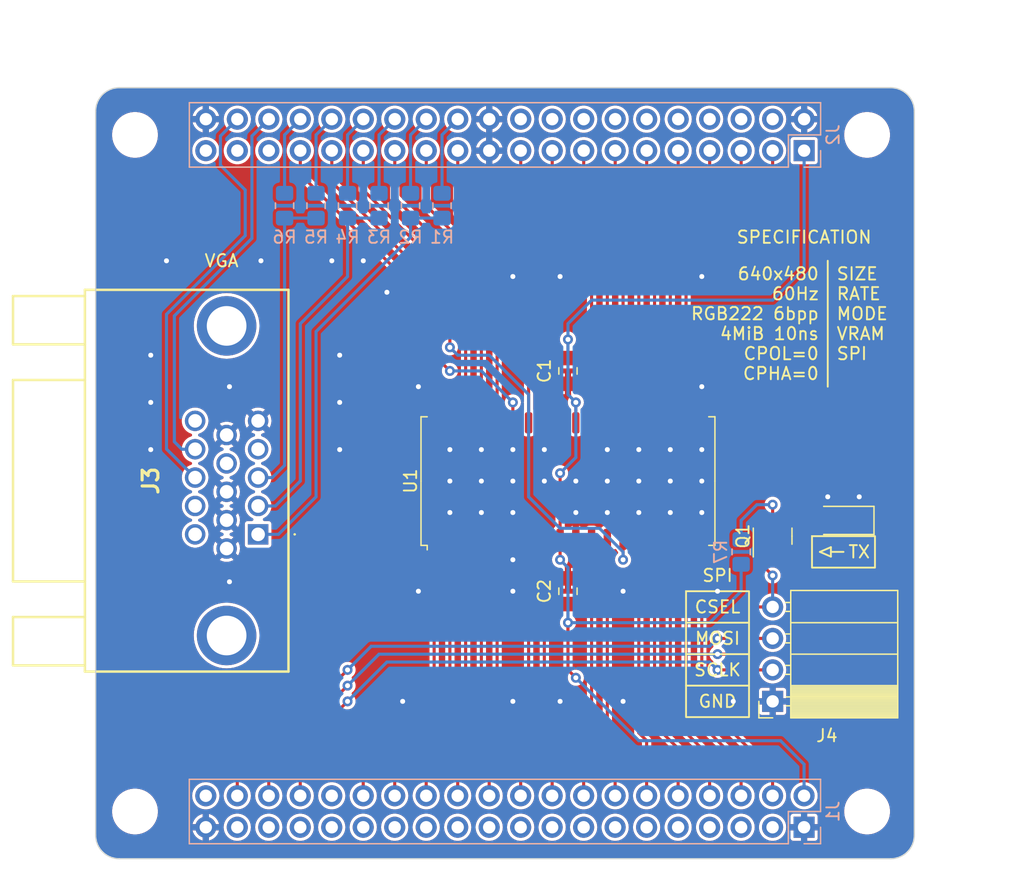
<source format=kicad_pcb>
(kicad_pcb (version 20240108) (generator "pcbnew") (generator_version "8.0")
  (layers (0 "F.Cu" signal) (31 "B.Cu" signal) (34 "B.Paste" user) (35 "F.Paste" user) (36 "B.SilkS" user "B.Silkscreen") (37 "F.SilkS" user "F.Silkscreen") (38 "B.Mask" user) (39 "F.Mask" user) (44 "Edge.Cuts" user))
  (net 0 "")
  (net 1 "VDD")
  (net 2 "GND")
  (net 3 "/Video memory/MEM_A0")
  (net 4 "/Video memory/MEM_A1")
  (net 5 "/Video memory/MEM_A2")
  (net 6 "/Video memory/MEM_A3")
  (net 8 "/Video memory/MEM_A4")
  (net 10 "/Video memory/MEM_A5")
  (net 12 "/Video memory/MEM_A6")
  (net 14 "/Video memory/MEM_A7")
  (net 16 "/Video memory/MEM_A8")
  (net 18 "/Video memory/MEM_A9")
  (net 20 "/Video memory/MEM_A10")
  (net 21 "/Video memory/MEM_A11")
  (net 22 "/Video memory/MEM_A12")
  (net 23 "/SPI.SCLK")
  (net 24 "/Video memory/MEM_A13")
  (net 25 "/SPI.MOSI")
  (net 26 "/Video memory/MEM_A14")
  (net 27 "/SPI.CS")
  (net 28 "/Video memory/MEM_A15")
  (net 29 "/Video memory/MEM_A16")
  (net 30 "/Video memory/MEM_A17")
  (net 31 "/Video memory/MEM_D0")
  (net 32 "/Video memory/MEM_D1")
  (net 33 "/Video memory/MEM_D2")
  (net 34 "/Video memory/MEM_D3")
  (net 35 "/Video memory/MEM_D4")
  (net 36 "/Video memory/MEM_D5")
  (net 37 "/Video memory/MEM_D6")
  (net 38 "/Video memory/MEM_D7")
  (net 39 "/VGA.RL")
  (net 40 "/VGA.RH")
  (net 41 "/VGA.GL")
  (net 42 "/VGA.GH")
  (net 43 "/VGA.BL")
  (net 44 "/VGA.BH")
  (net 45 "/VGA.HSYNC")
  (net 46 "/VGA.VSYNC")
  (net 49 "Net-(J3-Pad1)")
  (net 50 "Net-(J3-Pad2)")
  (net 51 "Net-(J3-Pad3)")
  (net 78 "/MEM_CTL.PAGE_MUX")
  (net 79 "/MEM_CTL.OE")
  (net 80 "/MEM_CTL.WE")
  (net 83 "Net-(D1-A)")
  (net 84 "Net-(Q1-D)")
  (footprint "Connector_PinSocket_2.54mm:PinSocket_1x04_P2.54mm_Horizontal" (layer "F.Cu") (at 241.935 109.22 180)
    (property "Reference" "J4" (at -4.38 -2.77 0) (layer "F.SilkS"))
    (property "Value" "SPI")
    (pad "1" thru_hole rect (at 0 0 180) (size 1.7 1.7) (drill 1) (layers "*.Cu" "*.Mask") (net 2 "GND"))
    (pad "2" thru_hole oval (at 0 2.54 180) (size 1.7 1.7) (drill 1) (layers "*.Cu" "*.Mask") (net 23 "/SPI.SCLK"))
    (pad "3" thru_hole oval (at 0 5.08 180) (size 1.7 1.7) (drill 1) (layers "*.Cu" "*.Mask") (net 25 "/SPI.MOSI"))
    (pad "4" thru_hole oval (at 0 7.62 180) (size 1.7 1.7) (drill 1) (layers "*.Cu" "*.Mask") (net 27 "/SPI.CS"))
  )
  (footprint "MountingHole:MountingHole_3.2mm_M3" (layer "F.Cu") (at 190.5 63.5)
    (property "Reference" "REF**" (hide yes))
    (property "Value" "MountingHole_3.2mm_M3")
    (pad "" np_thru_hole circle (at 0 0) (size 3.2 3.2) (drill 3.2) (layers "*.Cu" "*.Mask"))
  )
  (footprint "MountingHole:MountingHole_3.2mm_M3" (layer "F.Cu") (at 249.555 63.5)
    (property "Reference" "REF**" (hide yes))
    (property "Value" "MountingHole_3.2mm_M3")
    (pad "" np_thru_hole circle (at 0 0) (size 3.2 3.2) (drill 3.2) (layers "F&B.Cu" "*.Mask"))
  )
  (footprint "Capacitor_SMD:C_0805_2012Metric_Pad1.18x1.45mm_HandSolder" (layer "F.Cu") (at 225.425 100.33 90)
    (property "Reference" "C2" (at 0 -1.905 90) (layer "F.SilkS"))
    (property "Value" "50n")
    (pad "1" smd roundrect (at -1.0375 0 90) (size 1.175 1.45) (layers "F.Cu" "F.Paste" "F.Mask") (roundrect_rratio 0.212766) (net 1 "VDD"))
    (pad "2" smd roundrect (at 1.0375 0 90) (size 1.175 1.45) (layers "F.Cu" "F.Paste" "F.Mask") (roundrect_rratio 0.212766) (net 2 "GND"))
  )
  (footprint "Package_TO_SOT_SMD:SOT-23" (layer "F.Cu") (at 241.935 95.885 90)
    (property "Reference" "Q1" (at 0 -2.4 90) (layer "F.SilkS"))
    (property "Value" "2N7002H")
    (pad "1" smd roundrect (at -0.9375 -0.95 90) (size 1.475 0.6) (layers "F.Cu" "F.Paste" "F.Mask") (net 27 "/SPI.CS"))
    (pad "2" smd roundrect (at -0.9375 0.95 90) (size 1.475 0.6) (layers "F.Cu" "F.Paste" "F.Mask") (net 83 "Net-(D1-A)"))
    (pad "3" smd roundrect (at 0.9375 0 90) (size 1.475 0.6) (layers "F.Cu" "F.Paste" "F.Mask") (net 84 "Net-(Q1-D)"))
  )
  (footprint "MountingHole:MountingHole_3.2mm_M3" (layer "F.Cu") (at 249.555 118.11)
    (property "Reference" "REF**" (hide yes))
    (property "Value" "MountingHole_3.2mm_M3")
    (pad "" np_thru_hole circle (at 0 0) (size 3.2 3.2) (drill 3.2) (layers "F&B.Cu" "*.Mask"))
  )
  (footprint "MountingHole:MountingHole_3.2mm_M3" (layer "F.Cu") (at 190.5 118.11)
    (property "Reference" "REF**" (hide yes))
    (property "Value" "MountingHole_3.2mm_M3")
    (pad "" np_thru_hole circle (at 0 0) (size 3.2 3.2) (drill 3.2) (layers "F&B.Cu" "*.Mask"))
  )
  (footprint "Capacitor_SMD:C_0805_2012Metric_Pad1.18x1.45mm_HandSolder" (layer "F.Cu") (at 225.425 82.55 -90)
    (property "Reference" "C1" (at 0 1.905 90) (layer "F.SilkS"))
    (property "Value" "1u")
    (pad "1" smd roundrect (at -1.0375 0 270) (size 1.175 1.45) (layers "F.Cu" "F.Paste" "F.Mask") (roundrect_rratio 0.212766) (net 1 "VDD"))
    (pad "2" smd roundrect (at 1.0375 0 270) (size 1.175 1.45) (layers "F.Cu" "F.Paste" "F.Mask") (roundrect_rratio 0.212766) (net 2 "GND"))
  )
  (footprint "L77HDE15SD1CH4FVGA:L77HDE15SD1CH4FVGA" (layer "F.Cu") (at 200.43 95.74 -90)
    (property "Reference" "J3" (at -4.33 8.66 90) (layer "F.SilkS") (effects (font (size 1.27 1.27) (thickness 0.254))))
    (property "Value" "VGA_CONN" (hide yes))
    (pad "1" thru_hole rect (at 0 0 270) (size 1.65 1.65) (drill 1.1) (layers "*.Cu" "*.Mask") (net 49 "Net-(J3-Pad1)"))
    (pad "2" thru_hole circle (at -2.29 0 270) (size 1.65 1.65) (drill 1.1) (layers "*.Cu" "*.Mask") (net 50 "Net-(J3-Pad2)"))
    (pad "3" thru_hole circle (at -4.58 0 270) (size 1.65 1.65) (drill 1.1) (layers "*.Cu" "*.Mask") (net 51 "Net-(J3-Pad3)"))
    (pad "4" thru_hole circle (at -6.87 0 270) (size 1.65 1.65) (drill 1.1) (layers "*.Cu" "*.Mask"))
    (pad "5" thru_hole circle (at -9.16 0 270) (size 1.65 1.65) (drill 1.1) (layers "*.Cu" "*.Mask") (net 2 "GND"))
    (pad "6" thru_hole circle (at 1.145 2.54 270) (size 1.65 1.65) (drill 1.1) (layers "*.Cu" "*.Mask") (net 2 "GND"))
    (pad "7" thru_hole circle (at -1.145 2.54 270) (size 1.65 1.65) (drill 1.1) (layers "*.Cu" "*.Mask") (net 2 "GND"))
    (pad "8" thru_hole circle (at -3.435 2.54 270) (size 1.65 1.65) (drill 1.1) (layers "*.Cu" "*.Mask") (net 2 "GND"))
    (pad "9" thru_hole circle (at -5.725 2.54 270) (size 1.65 1.65) (drill 1.1) (layers "*.Cu" "*.Mask"))
    (pad "10" thru_hole circle (at -8.015 2.54 270) (size 1.65 1.65) (drill 1.1) (layers "*.Cu" "*.Mask") (net 2 "GND"))
    (pad "11" thru_hole circle (at 0 5.08 270) (size 1.65 1.65) (drill 1.1) (layers "*.Cu" "*.Mask"))
    (pad "12" thru_hole circle (at -2.29 5.08 270) (size 1.65 1.65) (drill 1.1) (layers "*.Cu" "*.Mask"))
    (pad "13" thru_hole circle (at -4.58 5.08 270) (size 1.65 1.65) (drill 1.1) (layers "*.Cu" "*.Mask") (net 46 "/VGA.VSYNC"))
    (pad "14" thru_hole circle (at -6.87 5.08 270) (size 1.65 1.65) (drill 1.1) (layers "*.Cu" "*.Mask") (net 45 "/VGA.HSYNC"))
    (pad "15" thru_hole circle (at -9.16 5.08 270) (size 1.65 1.65) (drill 1.1) (layers "*.Cu" "*.Mask"))
    (pad "MH1" thru_hole circle (at 8.165 2.54 270) (size 4.8 4.8) (drill 3.2) (layers "*.Cu" "*.Mask"))
    (pad "MH2" thru_hole circle (at -16.825 2.54 270) (size 4.8 4.8) (drill 3.2) (layers "*.Cu" "*.Mask"))
  )
  (footprint "LED_SMD:LED_1206_3216Metric_Pad1.42x1.75mm_HandSolder" (layer "F.Cu") (at 247.65 94.615 180)
    (property "Reference" "D1" (hide yes))
    (property "Value" "LED")
    (pad "1" smd roundrect (at -1.4875 0 180) (size 1.425 1.75) (layers "F.Cu" "F.Paste" "F.Mask") (roundrect_rratio 0.175439) (net 2 "GND"))
    (pad "2" smd roundrect (at 1.4875 0 180) (size 1.425 1.75) (layers "F.Cu" "F.Paste" "F.Mask") (roundrect_rratio 0.175439) (net 83 "Net-(D1-A)"))
  )
  (footprint "Package_SO:SOJ-36_10.16x23.49mm_P1.27mm" (layer "F.Cu") (at 225.425 91.44 90)
    (property "Reference" "U1" (at 0 -12.7 90) (layer "F.SilkS"))
    (property "Value" "IS61C5128AL-10KLI")
    (pad "1" smd roundrect (at -4.7 -10.795 90) (size 1.7 0.6) (layers "F.Cu" "F.Paste" "F.Mask") (net 3 "/Video memory/MEM_A0"))
    (pad "2" smd roundrect (at -4.7 -9.525 90) (size 1.7 0.6) (layers "F.Cu" "F.Paste" "F.Mask") (net 4 "/Video memory/MEM_A1"))
    (pad "3" smd roundrect (at -4.7 -8.255 90) (size 1.7 0.6) (layers "F.Cu" "F.Paste" "F.Mask") (net 5 "/Video memory/MEM_A2"))
    (pad "4" smd roundrect (at -4.7 -6.985 90) (size 1.7 0.6) (layers "F.Cu" "F.Paste" "F.Mask") (net 6 "/Video memory/MEM_A3"))
    (pad "5" smd roundrect (at -4.7 -5.715 90) (size 1.7 0.6) (layers "F.Cu" "F.Paste" "F.Mask") (net 8 "/Video memory/MEM_A4"))
    (pad "6" smd roundrect (at -4.7 -4.445 90) (size 1.7 0.6) (layers "F.Cu" "F.Paste" "F.Mask") (net 2 "GND"))
    (pad "7" smd roundrect (at -4.7 -3.175 90) (size 1.7 0.6) (layers "F.Cu" "F.Paste" "F.Mask") (net 31 "/Video memory/MEM_D0"))
    (pad "8" smd roundrect (at -4.7 -1.905 90) (size 1.7 0.6) (layers "F.Cu" "F.Paste" "F.Mask") (net 32 "/Video memory/MEM_D1"))
    (pad "9" smd roundrect (at -4.7 -0.635 90) (size 1.7 0.6) (layers "F.Cu" "F.Paste" "F.Mask") (net 1 "VDD"))
    (pad "10" smd roundrect (at -4.7 0.635 90) (size 1.7 0.6) (layers "F.Cu" "F.Paste" "F.Mask") (net 2 "GND"))
    (pad "11" smd roundrect (at -4.7 1.905 90) (size 1.7 0.6) (layers "F.Cu" "F.Paste" "F.Mask") (net 33 "/Video memory/MEM_D2"))
    (pad "12" smd roundrect (at -4.7 3.175 90) (size 1.7 0.6) (layers "F.Cu" "F.Paste" "F.Mask") (net 34 "/Video memory/MEM_D3"))
    (pad "13" smd roundrect (at -4.7 4.445 90) (size 1.7 0.6) (layers "F.Cu" "F.Paste" "F.Mask") (net 80 "/MEM_CTL.WE"))
    (pad "14" smd roundrect (at -4.7 5.715 90) (size 1.7 0.6) (layers "F.Cu" "F.Paste" "F.Mask") (net 10 "/Video memory/MEM_A5"))
    (pad "15" smd roundrect (at -4.7 6.985 90) (size 1.7 0.6) (layers "F.Cu" "F.Paste" "F.Mask") (net 12 "/Video memory/MEM_A6"))
    (pad "16" smd roundrect (at -4.7 8.255 90) (size 1.7 0.6) (layers "F.Cu" "F.Paste" "F.Mask") (net 14 "/Video memory/MEM_A7"))
    (pad "17" smd roundrect (at -4.7 9.525 90) (size 1.7 0.6) (layers "F.Cu" "F.Paste" "F.Mask") (net 16 "/Video memory/MEM_A8"))
    (pad "18" smd roundrect (at -4.7 10.795 90) (size 1.7 0.6) (layers "F.Cu" "F.Paste" "F.Mask") (net 18 "/Video memory/MEM_A9"))
    (pad "19" smd roundrect (at 4.7 10.795 90) (size 1.7 0.6) (layers "F.Cu" "F.Paste" "F.Mask"))
    (pad "20" smd roundrect (at 4.7 9.525 90) (size 1.7 0.6) (layers "F.Cu" "F.Paste" "F.Mask") (net 20 "/Video memory/MEM_A10"))
    (pad "21" smd roundrect (at 4.7 8.255 90) (size 1.7 0.6) (layers "F.Cu" "F.Paste" "F.Mask") (net 21 "/Video memory/MEM_A11"))
    (pad "22" smd roundrect (at 4.7 6.985 90) (size 1.7 0.6) (layers "F.Cu" "F.Paste" "F.Mask") (net 22 "/Video memory/MEM_A12"))
    (pad "23" smd roundrect (at 4.7 5.715 90) (size 1.7 0.6) (layers "F.Cu" "F.Paste" "F.Mask") (net 24 "/Video memory/MEM_A13"))
    (pad "24" smd roundrect (at 4.7 4.445 90) (size 1.7 0.6) (layers "F.Cu" "F.Paste" "F.Mask") (net 26 "/Video memory/MEM_A14"))
    (pad "25" smd roundrect (at 4.7 3.175 90) (size 1.7 0.6) (layers "F.Cu" "F.Paste" "F.Mask") (net 35 "/Video memory/MEM_D4"))
    (pad "26" smd roundrect (at 4.7 1.905 90) (size 1.7 0.6) (layers "F.Cu" "F.Paste" "F.Mask") (net 36 "/Video memory/MEM_D5"))
    (pad "27" smd roundrect (at 4.7 0.635 90) (size 1.7 0.6) (layers "F.Cu" "F.Paste" "F.Mask") (net 1 "VDD"))
    (pad "28" smd roundrect (at 4.7 -0.635 90) (size 1.7 0.6) (layers "F.Cu" "F.Paste" "F.Mask") (net 2 "GND"))
    (pad "29" smd roundrect (at 4.7 -1.905 90) (size 1.7 0.6) (layers "F.Cu" "F.Paste" "F.Mask") (net 37 "/Video memory/MEM_D6"))
    (pad "30" smd roundrect (at 4.7 -3.175 90) (size 1.7 0.6) (layers "F.Cu" "F.Paste" "F.Mask") (net 38 "/Video memory/MEM_D7"))
    (pad "31" smd roundrect (at 4.7 -4.445 90) (size 1.7 0.6) (layers "F.Cu" "F.Paste" "F.Mask") (net 79 "/MEM_CTL.OE"))
    (pad "32" smd roundrect (at 4.7 -5.715 90) (size 1.7 0.6) (layers "F.Cu" "F.Paste" "F.Mask") (net 28 "/Video memory/MEM_A15"))
    (pad "33" smd roundrect (at 4.7 -6.985 90) (size 1.7 0.6) (layers "F.Cu" "F.Paste" "F.Mask") (net 29 "/Video memory/MEM_A16"))
    (pad "34" smd roundrect (at 4.7 -8.255 90) (size 1.7 0.6) (layers "F.Cu" "F.Paste" "F.Mask") (net 30 "/Video memory/MEM_A17"))
    (pad "35" smd roundrect (at 4.7 -9.525 90) (size 1.7 0.6) (layers "F.Cu" "F.Paste" "F.Mask") (net 78 "/MEM_CTL.PAGE_MUX"))
    (pad "36" smd roundrect (at 4.7 -10.795 90) (size 1.7 0.6) (layers "F.Cu" "F.Paste" "F.Mask"))
  )
  (footprint "Connector_PinHeader_2.54mm:PinHeader_2x20_P2.54mm_Vertical" (layer "B.Cu") (at 244.47 119.38 90)
    (property "Reference" "J1" (at 1.27 2.33 -90) (layer "B.SilkS") (effects (justify mirror)))
    (property "Value" "HEADER_P1")
    (pad "1" thru_hole rect (at 0 0 90) (size 1.7 1.7) (drill 1) (layers "*.Cu" "*.Mask") (net 2 "GND"))
    (pad "2" thru_hole oval (at 2.54 0 90) (size 1.7 1.7) (drill 1) (layers "*.Cu" "*.Mask") (net 1 "VDD"))
    (pad "3" thru_hole oval (at 0 -2.54 90) (size 1.7 1.7) (drill 1) (layers "*.Cu" "*.Mask"))
    (pad "4" thru_hole oval (at 2.54 -2.54 90) (size 1.7 1.7) (drill 1) (layers "*.Cu" "*.Mask") (net 18 "/Video memory/MEM_A9"))
    (pad "5" thru_hole oval (at 0 -5.08 90) (size 1.7 1.7) (drill 1) (layers "*.Cu" "*.Mask"))
    (pad "6" thru_hole oval (at 2.54 -5.08 90) (size 1.7 1.7) (drill 1) (layers "*.Cu" "*.Mask") (net 16 "/Video memory/MEM_A8"))
    (pad "7" thru_hole oval (at 0 -7.62 90) (size 1.7 1.7) (drill 1) (layers "*.Cu" "*.Mask"))
    (pad "8" thru_hole oval (at 2.54 -7.62 90) (size 1.7 1.7) (drill 1) (layers "*.Cu" "*.Mask") (net 14 "/Video memory/MEM_A7"))
    (pad "9" thru_hole oval (at 0 -10.16 90) (size 1.7 1.7) (drill 1) (layers "*.Cu" "*.Mask"))
    (pad "10" thru_hole oval (at 2.54 -10.16 90) (size 1.7 1.7) (drill 1) (layers "*.Cu" "*.Mask") (net 12 "/Video memory/MEM_A6"))
    (pad "11" thru_hole oval (at 0 -12.7 90) (size 1.7 1.7) (drill 1) (layers "*.Cu" "*.Mask"))
    (pad "12" thru_hole oval (at 2.54 -12.7 90) (size 1.7 1.7) (drill 1) (layers "*.Cu" "*.Mask") (net 10 "/Video memory/MEM_A5"))
    (pad "13" thru_hole oval (at 0 -15.24 90) (size 1.7 1.7) (drill 1) (layers "*.Cu" "*.Mask"))
    (pad "14" thru_hole oval (at 2.54 -15.24 90) (size 1.7 1.7) (drill 1) (layers "*.Cu" "*.Mask") (net 34 "/Video memory/MEM_D3"))
    (pad "15" thru_hole oval (at 0 -17.78 90) (size 1.7 1.7) (drill 1) (layers "*.Cu" "*.Mask"))
    (pad "16" thru_hole oval (at 2.54 -17.78 90) (size 1.7 1.7) (drill 1) (layers "*.Cu" "*.Mask") (net 33 "/Video memory/MEM_D2"))
    (pad "17" thru_hole oval (at 0 -20.32 90) (size 1.7 1.7) (drill 1) (layers "*.Cu" "*.Mask"))
    (pad "18" thru_hole oval (at 2.54 -20.32 90) (size 1.7 1.7) (drill 1) (layers "*.Cu" "*.Mask") (net 32 "/Video memory/MEM_D1"))
    (pad "19" thru_hole oval (at 0 -22.86 90) (size 1.7 1.7) (drill 1) (layers "*.Cu" "*.Mask"))
    (pad "20" thru_hole oval (at 2.54 -22.86 90) (size 1.7 1.7) (drill 1) (layers "*.Cu" "*.Mask") (net 31 "/Video memory/MEM_D0"))
    (pad "21" thru_hole oval (at 0 -25.4 90) (size 1.7 1.7) (drill 1) (layers "*.Cu" "*.Mask"))
    (pad "22" thru_hole oval (at 2.54 -25.4 90) (size 1.7 1.7) (drill 1) (layers "*.Cu" "*.Mask") (net 8 "/Video memory/MEM_A4"))
    (pad "23" thru_hole oval (at 0 -27.94 90) (size 1.7 1.7) (drill 1) (layers "*.Cu" "*.Mask"))
    (pad "24" thru_hole oval (at 2.54 -27.94 90) (size 1.7 1.7) (drill 1) (layers "*.Cu" "*.Mask") (net 6 "/Video memory/MEM_A3"))
    (pad "25" thru_hole oval (at 0 -30.48 90) (size 1.7 1.7) (drill 1) (layers "*.Cu" "*.Mask"))
    (pad "26" thru_hole oval (at 2.54 -30.48 90) (size 1.7 1.7) (drill 1) (layers "*.Cu" "*.Mask") (net 5 "/Video memory/MEM_A2"))
    (pad "27" thru_hole oval (at 0 -33.02 90) (size 1.7 1.7) (drill 1) (layers "*.Cu" "*.Mask"))
    (pad "28" thru_hole oval (at 2.54 -33.02 90) (size 1.7 1.7) (drill 1) (layers "*.Cu" "*.Mask") (net 4 "/Video memory/MEM_A1"))
    (pad "29" thru_hole oval (at 0 -35.56 90) (size 1.7 1.7) (drill 1) (layers "*.Cu" "*.Mask"))
    (pad "30" thru_hole oval (at 2.54 -35.56 90) (size 1.7 1.7) (drill 1) (layers "*.Cu" "*.Mask") (net 3 "/Video memory/MEM_A0"))
    (pad "31" thru_hole oval (at 0 -38.1 90) (size 1.7 1.7) (drill 1) (layers "*.Cu" "*.Mask"))
    (pad "32" thru_hole oval (at 2.54 -38.1 90) (size 1.7 1.7) (drill 1) (layers "*.Cu" "*.Mask"))
    (pad "33" thru_hole oval (at 0 -40.64 90) (size 1.7 1.7) (drill 1) (layers "*.Cu" "*.Mask"))
    (pad "34" thru_hole oval (at 2.54 -40.64 90) (size 1.7 1.7) (drill 1) (layers "*.Cu" "*.Mask") (net 23 "/SPI.SCLK"))
    (pad "35" thru_hole oval (at 0 -43.18 90) (size 1.7 1.7) (drill 1) (layers "*.Cu" "*.Mask"))
    (pad "36" thru_hole oval (at 2.54 -43.18 90) (size 1.7 1.7) (drill 1) (layers "*.Cu" "*.Mask") (net 25 "/SPI.MOSI"))
    (pad "37" thru_hole oval (at 0 -45.72 90) (size 1.7 1.7) (drill 1) (layers "*.Cu" "*.Mask"))
    (pad "38" thru_hole oval (at 2.54 -45.72 90) (size 1.7 1.7) (drill 1) (layers "*.Cu" "*.Mask") (net 27 "/SPI.CS"))
    (pad "39" thru_hole oval (at 0 -48.26 90) (size 1.7 1.7) (drill 1) (layers "*.Cu" "*.Mask") (net 2 "GND"))
    (pad "40" thru_hole oval (at 2.54 -48.26 90) (size 1.7 1.7) (drill 1) (layers "*.Cu" "*.Mask"))
  )
  (footprint "Resistor_SMD:R_0805_2012Metric_Pad1.20x1.40mm_HandSolder" (layer "B.Cu") (at 212.725 69.215 -90)
    (property "Reference" "R2" (at 2.54 0 180) (layer "B.SilkS") (effects (justify mirror)))
    (property "Value" "470")
    (pad "1" smd roundrect (at -1 0 270) (size 1.2 1.4) (layers "B.Cu" "B.Paste" "B.Mask") (roundrect_rratio 0.208333) (net 40 "/VGA.RH"))
    (pad "2" smd roundrect (at 1 0 270) (size 1.2 1.4) (layers "B.Cu" "B.Paste" "B.Mask") (roundrect_rratio 0.208333) (net 49 "Net-(J3-Pad1)"))
  )
  (footprint "Resistor_SMD:R_0805_2012Metric_Pad1.20x1.40mm_HandSolder" (layer "B.Cu") (at 207.645 69.215 -90)
    (property "Reference" "R4" (at 2.54 0 180) (layer "B.SilkS") (effects (justify mirror)))
    (property "Value" "470")
    (pad "1" smd roundrect (at -1 0 270) (size 1.2 1.4) (layers "B.Cu" "B.Paste" "B.Mask") (roundrect_rratio 0.208333) (net 42 "/VGA.GH"))
    (pad "2" smd roundrect (at 1 0 270) (size 1.2 1.4) (layers "B.Cu" "B.Paste" "B.Mask") (roundrect_rratio 0.208333) (net 50 "Net-(J3-Pad2)"))
  )
  (footprint "Resistor_SMD:R_0805_2012Metric_Pad1.20x1.40mm_HandSolder" (layer "B.Cu") (at 202.565 69.215 -90)
    (property "Reference" "R6" (at 2.54 0 180) (layer "B.SilkS") (effects (justify mirror)))
    (property "Value" "470")
    (pad "1" smd roundrect (at -1 0 270) (size 1.2 1.4) (layers "B.Cu" "B.Paste" "B.Mask") (roundrect_rratio 0.208333) (net 44 "/VGA.BH"))
    (pad "2" smd roundrect (at 1 0 270) (size 1.2 1.4) (layers "B.Cu" "B.Paste" "B.Mask") (roundrect_rratio 0.208333) (net 51 "Net-(J3-Pad3)"))
  )
  (footprint "Resistor_SMD:R_0805_2012Metric_Pad1.20x1.40mm_HandSolder" (layer "B.Cu") (at 205.105 69.215 -90)
    (property "Reference" "R5" (at 2.54 0 180) (layer "B.SilkS") (effects (justify mirror)))
    (property "Value" "1k")
    (pad "1" smd roundrect (at -1 0 270) (size 1.2 1.4) (layers "B.Cu" "B.Paste" "B.Mask") (roundrect_rratio 0.208333) (net 43 "/VGA.BL"))
    (pad "2" smd roundrect (at 1 0 270) (size 1.2 1.4) (layers "B.Cu" "B.Paste" "B.Mask") (roundrect_rratio 0.208333) (net 51 "Net-(J3-Pad3)"))
  )
  (footprint "Resistor_SMD:R_0805_2012Metric_Pad1.20x1.40mm_HandSolder" (layer "B.Cu") (at 215.265 69.215 -90)
    (property "Reference" "R1" (at 2.54 0 180) (layer "B.SilkS") (effects (justify mirror)))
    (property "Value" "1k")
    (pad "1" smd roundrect (at -1 0 270) (size 1.2 1.4) (layers "B.Cu" "B.Paste" "B.Mask") (roundrect_rratio 0.208333) (net 39 "/VGA.RL"))
    (pad "2" smd roundrect (at 1 0 270) (size 1.2 1.4) (layers "B.Cu" "B.Paste" "B.Mask") (roundrect_rratio 0.208333) (net 49 "Net-(J3-Pad1)"))
  )
  (footprint "Resistor_SMD:R_0805_2012Metric_Pad1.20x1.40mm_HandSolder" (layer "B.Cu") (at 210.185 69.215 -90)
    (property "Reference" "R3" (at 2.54 0 180) (layer "B.SilkS") (effects (justify mirror)))
    (property "Value" "1k")
    (pad "1" smd roundrect (at -1 0 270) (size 1.2 1.4) (layers "B.Cu" "B.Paste" "B.Mask") (roundrect_rratio 0.208333) (net 41 "/VGA.GL"))
    (pad "2" smd roundrect (at 1 0 270) (size 1.2 1.4) (layers "B.Cu" "B.Paste" "B.Mask") (roundrect_rratio 0.208333) (net 50 "Net-(J3-Pad2)"))
  )
  (footprint "Resistor_SMD:R_0805_2012Metric_Pad1.20x1.40mm_HandSolder" (layer "B.Cu") (at 239.395 97.155 -90)
    (property "Reference" "R7" (at 0 1.65 90) (layer "B.SilkS") (effects (justify mirror)))
    (property "Value" "120")
    (pad "1" smd roundrect (at -1 0 270) (size 1.2 1.4) (layers "B.Cu" "B.Paste" "B.Mask") (roundrect_rratio 0.208333) (net 84 "Net-(Q1-D)"))
    (pad "2" smd roundrect (at 1 0 270) (size 1.2 1.4) (layers "B.Cu" "B.Paste" "B.Mask") (roundrect_rratio 0.208333) (net 1 "VDD"))
  )
  (footprint "Connector_PinHeader_2.54mm:PinHeader_2x20_P2.54mm_Vertical" (layer "B.Cu") (at 244.475 64.77 90)
    (property "Reference" "J2" (at 1.27 2.33 -90) (layer "B.SilkS") (effects (justify mirror)))
    (property "Value" "HEADER_P2")
    (pad "1" thru_hole rect (at 0 0 90) (size 1.7 1.7) (drill 1) (layers "*.Cu" "*.Mask") (net 1 "VDD"))
    (pad "2" thru_hole oval (at 2.54 0 90) (size 1.7 1.7) (drill 1) (layers "*.Cu" "*.Mask") (net 2 "GND"))
    (pad "3" thru_hole oval (at 0 -2.54 90) (size 1.7 1.7) (drill 1) (layers "*.Cu" "*.Mask") (net 20 "/Video memory/MEM_A10"))
    (pad "4" thru_hole oval (at 2.54 -2.54 90) (size 1.7 1.7) (drill 1) (layers "*.Cu" "*.Mask"))
    (pad "5" thru_hole oval (at 0 -5.08 90) (size 1.7 1.7) (drill 1) (layers "*.Cu" "*.Mask") (net 21 "/Video memory/MEM_A11"))
    (pad "6" thru_hole oval (at 2.54 -5.08 90) (size 1.7 1.7) (drill 1) (layers "*.Cu" "*.Mask"))
    (pad "7" thru_hole oval (at 0 -7.62 90) (size 1.7 1.7) (drill 1) (layers "*.Cu" "*.Mask") (net 22 "/Video memory/MEM_A12"))
    (pad "8" thru_hole oval (at 2.54 -7.62 90) (size 1.7 1.7) (drill 1) (layers "*.Cu" "*.Mask"))
    (pad "9" thru_hole oval (at 0 -10.16 90) (size 1.7 1.7) (drill 1) (layers "*.Cu" "*.Mask") (net 24 "/Video memory/MEM_A13"))
    (pad "10" thru_hole oval (at 2.54 -10.16 90) (size 1.7 1.7) (drill 1) (layers "*.Cu" "*.Mask"))
    (pad "11" thru_hole oval (at 0 -12.7 90) (size 1.7 1.7) (drill 1) (layers "*.Cu" "*.Mask") (net 26 "/Video memory/MEM_A14"))
    (pad "12" thru_hole oval (at 2.54 -12.7 90) (size 1.7 1.7) (drill 1) (layers "*.Cu" "*.Mask"))
    (pad "13" thru_hole oval (at 0 -15.24 90) (size 1.7 1.7) (drill 1) (layers "*.Cu" "*.Mask") (net 35 "/Video memory/MEM_D4"))
    (pad "14" thru_hole oval (at 2.54 -15.24 90) (size 1.7 1.7) (drill 1) (layers "*.Cu" "*.Mask"))
    (pad "15" thru_hole oval (at 0 -17.78 90) (size 1.7 1.7) (drill 1) (layers "*.Cu" "*.Mask") (net 36 "/Video memory/MEM_D5"))
    (pad "16" thru_hole oval (at 2.54 -17.78 90) (size 1.7 1.7) (drill 1) (layers "*.Cu" "*.Mask"))
    (pad "17" thru_hole oval (at 0 -20.32 90) (size 1.7 1.7) (drill 1) (layers "*.Cu" "*.Mask") (net 37 "/Video memory/MEM_D6"))
    (pad "18" thru_hole oval (at 2.54 -20.32 90) (size 1.7 1.7) (drill 1) (layers "*.Cu" "*.Mask"))
    (pad "19" thru_hole oval (at 0 -22.86 90) (size 1.7 1.7) (drill 1) (layers "*.Cu" "*.Mask") (net 38 "/Video memory/MEM_D7"))
    (pad "20" thru_hole oval (at 2.54 -22.86 90) (size 1.7 1.7) (drill 1) (layers "*.Cu" "*.Mask"))
    (pad "21" thru_hole oval (at 0 -25.4 90) (size 1.7 1.7) (drill 1) (layers "*.Cu" "*.Mask") (net 2 "GND"))
    (pad "22" thru_hole oval (at 2.54 -25.4 90) (size 1.7 1.7) (drill 1) (layers "*.Cu" "*.Mask") (net 2 "GND"))
    (pad "23" thru_hole oval (at 0 -27.94 90) (size 1.7 1.7) (drill 1) (layers "*.Cu" "*.Mask") (net 28 "/Video memory/MEM_A15"))
    (pad "24" thru_hole oval (at 2.54 -27.94 90) (size 1.7 1.7) (drill 1) (layers "*.Cu" "*.Mask") (net 39 "/VGA.RL"))
    (pad "25" thru_hole oval (at 0 -30.48 90) (size 1.7 1.7) (drill 1) (layers "*.Cu" "*.Mask") (net 29 "/Video memory/MEM_A16"))
    (pad "26" thru_hole oval (at 2.54 -30.48 90) (size 1.7 1.7) (drill 1) (layers "*.Cu" "*.Mask") (net 40 "/VGA.RH"))
    (pad "27" thru_hole oval (at 0 -33.02 90) (size 1.7 1.7) (drill 1) (layers "*.Cu" "*.Mask") (net 30 "/Video memory/MEM_A17"))
    (pad "28" thru_hole oval (at 2.54 -33.02 90) (size 1.7 1.7) (drill 1) (layers "*.Cu" "*.Mask") (net 41 "/VGA.GL"))
    (pad "29" thru_hole oval (at 0 -35.56 90) (size 1.7 1.7) (drill 1) (layers "*.Cu" "*.Mask") (net 80 "/MEM_CTL.WE"))
    (pad "30" thru_hole oval (at 2.54 -35.56 90) (size 1.7 1.7) (drill 1) (layers "*.Cu" "*.Mask") (net 42 "/VGA.GH"))
    (pad "31" thru_hole oval (at 0 -38.1 90) (size 1.7 1.7) (drill 1) (layers "*.Cu" "*.Mask") (net 79 "/MEM_CTL.OE"))
    (pad "32" thru_hole oval (at 2.54 -38.1 90) (size 1.7 1.7) (drill 1) (layers "*.Cu" "*.Mask") (net 43 "/VGA.BL"))
    (pad "33" thru_hole oval (at 0 -40.64 90) (size 1.7 1.7) (drill 1) (layers "*.Cu" "*.Mask") (net 78 "/MEM_CTL.PAGE_MUX"))
    (pad "34" thru_hole oval (at 2.54 -40.64 90) (size 1.7 1.7) (drill 1) (layers "*.Cu" "*.Mask") (net 44 "/VGA.BH"))
    (pad "35" thru_hole oval (at 0 -43.18 90) (size 1.7 1.7) (drill 1) (layers "*.Cu" "*.Mask"))
    (pad "36" thru_hole oval (at 2.54 -43.18 90) (size 1.7 1.7) (drill 1) (layers "*.Cu" "*.Mask") (net 45 "/VGA.HSYNC"))
    (pad "37" thru_hole oval (at 0 -45.72 90) (size 1.7 1.7) (drill 1) (layers "*.Cu" "*.Mask"))
    (pad "38" thru_hole oval (at 2.54 -45.72 90) (size 1.7 1.7) (drill 1) (layers "*.Cu" "*.Mask") (net 46 "/VGA.VSYNC"))
    (pad "39" thru_hole oval (at 0 -48.26 90) (size 1.7 1.7) (drill 1) (layers "*.Cu" "*.Mask"))
    (pad "40" thru_hole oval (at 2.54 -48.26 90) (size 1.7 1.7) (drill 1) (layers "*.Cu" "*.Mask") (net 2 "GND"))
  )
  (gr_rect (start 234.95 100.33) (end 240.03 110.49) (stroke (width 0.15)) (fill none) (layer "F.SilkS"))
  (gr_line (start 246.634 97.536) (end 245.745 97.155) (stroke (width 0.15)) (layer "F.SilkS"))
  (gr_line (start 245.745 97.155) (end 246.634 96.774) (stroke (width 0.15)) (layer "F.SilkS"))
  (gr_line (start 240.03 102.87) (end 234.95 102.87) (stroke (width 0.15)) (layer "F.SilkS"))
  (gr_line (start 240.03 105.41) (end 234.95 105.41) (stroke (width 0.15)) (layer "F.SilkS"))
  (gr_line (start 246.634 97.155) (end 247.65 97.155) (stroke (width 0.15)) (layer "F.SilkS"))
  (gr_line (start 246.634 96.774) (end 246.634 97.536) (stroke (width 0.15)) (layer "F.SilkS"))
  (gr_rect (start 245.11 95.885) (end 250.19 98.425) (stroke (width 0.15)) (fill none) (layer "F.SilkS"))
  (gr_line (start 240.03 107.95) (end 234.95 107.95) (stroke (width 0.15)) (layer "F.SilkS"))
  (gr_line (start 246.38 73.66) (end 246.38 83.82) (stroke (width 0.15)) (layer "F.SilkS"))
  (gr_arc (start 253.365 120.015) (mid 252.807038 121.362038) (end 251.46 121.92) (stroke (width 0.1)) (layer "Edge.Cuts"))
  (gr_arc (start 251.46 59.69) (mid 252.807038 60.247962) (end 253.365 61.595) (stroke (width 0.1)) (layer "Edge.Cuts"))
  (gr_arc (start 189.23 121.92) (mid 187.882962 121.362038) (end 187.325 120.015) (stroke (width 0.1)) (layer "Edge.Cuts"))
  (gr_line (start 251.46 121.92) (end 189.23 121.92) (stroke (width 0.1)) (layer "Edge.Cuts"))
  (gr_line (start 189.23 59.69) (end 251.46 59.69) (stroke (width 0.1)) (layer "Edge.Cuts"))
  (gr_line (start 253.365 61.595) (end 253.365 120.015) (stroke (width 0.1)) (layer "Edge.Cuts"))
  (gr_arc (start 187.325 61.595) (mid 187.882962 60.247962) (end 189.23 59.69) (stroke (width 0.1)) (layer "Edge.Cuts"))
  (gr_line (start 187.325 61.595) (end 187.325 120.015) (stroke (width 0.1)) (layer "Edge.Cuts"))
  (gr_text "SPI" (at 237.49 99.06 0) (layer "F.SilkS") (effects (font (size 1 1))))
  (gr_text "TX" (at 248.92 97.155 0) (layer "F.SilkS") (effects (font (size 1 1))))
  (gr_text "SPECIFICATION" (at 244.475 71.755 0) (layer "F.SilkS") (effects (font (size 1 1))))
  (gr_text "MOSI" (at 237.49 104.14 0) (layer "F.SilkS") (effects (font (size 1 1))))
  (gr_text "GND\n" (at 237.49 109.22 0) (layer "F.SilkS") (effects (font (size 1 1))))
  (gr_text "SIZE\nRATE\nMODE\nVRAM\nSPI\n " (at 247.015 78.74 0) (layer "F.SilkS") (effects (font (size 1 1)) (justify left)))
  (gr_text "CSEL" (at 237.49 101.6 0) (layer "F.SilkS") (effects (font (size 1 1))))
  (gr_text "640x480\n60Hz\nRGB222 6bpp\n4MiB 10ns\nCPOL=0\nCPHA=0" (at 245.745 78.74 0) (layer "F.SilkS") (effects (font (size 1 1)) (justify right)))
  (gr_text "SCLK" (at 237.49 106.68 0) (layer "F.SilkS") (effects (font (size 1 1))))
  (gr_text "VGA" (at 197.485 73.66 0) (layer "F.SilkS") (effects (font (size 1 1))))
  (segment (start 225.425 104.05) (end 225.425 106.68) (width 0.25) (layer "F.Cu") (net 1))
  (segment (start 226.06 86.74) (end 226.06 85.09) (width 0.25) (layer "F.Cu") (net 1))
  (segment (start 224.79 96.14) (end 224.79 97.79) (width 0.25) (layer "F.Cu") (net 1))
  (segment (start 225.425 81.5125) (end 225.425 80.01) (width 0.25) (layer "F.Cu") (net 1))
  (segment (start 225.425 104.05) (end 225.425 102.87) (width 0.25) (layer "F.Cu") (net 1))
  (segment (start 225.425 101.3675) (end 225.425 104.05) (width 0.25) (layer "F.Cu") (net 1))
  (segment (start 224.79 90.805) (end 224.79 96.14) (width 0.25) (layer "F.Cu") (net 1))
  (segment (start 225.425 106.68) (end 226.06 107.315) (width 0.25) (layer "F.Cu") (net 1))
  (via (at 226.06 107.315) (size 0.8) (drill 0.4) (layers "F.Cu" "B.Cu") (net 1))
  (via (at 225.425 80.01) (size 0.8) (drill 0.4) (layers "F.Cu" "B.Cu") (net 1))
  (via (at 224.79 97.79) (size 0.8) (drill 0.4) (layers "F.Cu" "B.Cu") (net 1))
  (via (at 225.425 102.87) (size 0.8) (drill 0.4) (layers "F.Cu" "B.Cu") (net 1))
  (via (at 224.79 90.805) (size 0.8) (drill 0.4) (layers "F.Cu" "B.Cu") (net 1))
  (via (at 226.06 85.09) (size 0.8) (drill 0.4) (layers "F.Cu" "B.Cu") (net 1))
  (segment (start 225.425 98.425) (end 225.425 102.87) (width 0.25) (layer "B.Cu") (net 1))
  (segment (start 239.395 100.33) (end 236.855 102.87) (width 0.25) (layer "B.Cu") (net 1))
  (segment (start 242.57 112.395) (end 244.475 114.3) (width 0.25) (layer "B.Cu") (net 1))
  (segment (start 224.79 97.79) (end 225.425 98.425) (width 0.25) (layer "B.Cu") (net 1))
  (segment (start 226.06 107.315) (end 231.14 112.395) (width 0.25) (layer "B.Cu") (net 1))
  (segment (start 241.935 76.835) (end 244.475 74.295) (width 0.25) (layer "B.Cu") (net 1))
  (segment (start 227.33 76.835) (end 241.935 76.835) (width 0.25) (layer "B.Cu") (net 1))
  (segment (start 225.425 78.74) (end 227.33 76.835) (width 0.25) (layer "B.Cu") (net 1))
  (segment (start 231.14 112.395) (end 242.57 112.395) (width 0.25) (layer "B.Cu") (net 1))
  (segment (start 244.47 114.305) (end 244.47 116.84) (width 0.25) (layer "B.Cu") (net 1))
  (segment (start 239.395 98.155) (end 239.395 100.33) (width 0.25) (layer "B.Cu") (net 1))
  (segment (start 244.475 114.3) (end 244.47 114.305) (width 0.25) (layer "B.Cu") (net 1))
  (segment (start 224.79 90.805) (end 226.06 89.535) (width 0.25) (layer "B.Cu") (net 1))
  (segment (start 225.425 80.01) (end 225.425 78.74) (width 0.25) (layer "B.Cu") (net 1))
  (segment (start 225.425 84.455) (end 226.06 85.09) (width 0.25) (layer "B.Cu") (net 1))
  (segment (start 226.06 89.535) (end 226.06 85.09) (width 0.25) (layer "B.Cu") (net 1))
  (segment (start 236.855 102.87) (end 225.425 102.87) (width 0.25) (layer "B.Cu") (net 1))
  (segment (start 244.475 74.295) (end 244.475 64.77) (width 0.25) (layer "B.Cu") (net 1))
  (segment (start 225.425 80.01) (end 225.425 84.455) (width 0.25) (layer "B.Cu") (net 1))
  (segment (start 220.98 96.14) (end 220.98 97.79) (width 0.25) (layer "F.Cu") (net 2))
  (via (at 226.06 91.44) (size 0.8) (drill 0.4) (layers "F.Cu" "B.Cu") (net 2))
  (via (at 215.9 93.98) (size 0.8) (drill 0.4) (layers "F.Cu" "B.Cu") (net 2))
  (via (at 207.01 81.28) (size 0.8) (drill 0.4) (layers "F.Cu" "B.Cu") (net 2))
  (via (at 207.01 85.09) (size 0.8) (drill 0.4) (layers "F.Cu" "B.Cu") (net 2))
  (via (at 233.68 88.9) (size 0.8) (drill 0.4) (layers "F.Cu" "B.Cu") (net 2))
  (via (at 231.14 93.98) (size 0.8) (drill 0.4) (layers "F.Cu" "B.Cu") (net 2))
  (via (at 213.36 100.33) (size 0.8) (drill 0.4) (layers "F.Cu" "B.Cu") (net 2))
  (via (at 231.14 91.44) (size 0.8) (drill 0.4) (layers "F.Cu" "B.Cu") (net 2))
  (via (at 229.87 109.22) (size 0.8) (drill 0.4) (layers "F.Cu" "B.Cu") (net 2))
  (via (at 231.14 88.9) (size 0.8) (drill 0.4) (layers "F.Cu" "B.Cu") (net 2))
  (via (at 224.79 109.22) (size 0.8) (drill 0.4) (layers "F.Cu" "B.Cu") (net 2))
  (via (at 210.82 76.2) (size 0.8) (drill 0.4) (layers "F.Cu" "B.Cu") (net 2))
  (via (at 223.52 88.9) (size 0.8) (drill 0.4) (layers "F.Cu" "B.Cu") (net 2))
  (via (at 220.98 88.9) (size 0.8) (drill 0.4) (layers "F.Cu" "B.Cu") (net 2))
  (via (at 215.9 91.44) (size 0.8) (drill 0.4) (layers "F.Cu" "B.Cu") (net 2))
  (via (at 228.6 93.98) (size 0.8) (drill 0.4) (layers "F.Cu" "B.Cu") (net 2))
  (via (at 213.36 83.82) (size 0.8) (drill 0.4) (layers "F.Cu" "B.Cu") (net 2))
  (via (at 218.44 88.9) (size 0.8) (drill 0.4) (layers "F.Cu" "B.Cu") (net 2))
  (via (at 207.01 88.9) (size 0.8) (drill 0.4) (layers "F.Cu" "B.Cu") (net 2))
  (via (at 228.6 91.44) (size 0.8) (drill 0.4) (layers "F.Cu" "B.Cu") (net 2))
  (via (at 206.375 73.66) (size 0.8) (drill 0.4) (layers "F.Cu" "B.Cu") (net 2))
  (via (at 228.6 88.9) (size 0.8) (drill 0.4) (layers "F.Cu" "B.Cu") (net 2))
  (via (at 193.04 73.66) (size 0.8) (drill 0.4) (layers "F.Cu" "B.Cu") (net 2))
  (via (at 236.22 74.93) (size 0.8) (drill 0.4) (layers "F.Cu" "B.Cu") (net 2))
  (via (at 220.98 93.98) (size 0.8) (drill 0.4) (layers "F.Cu" "B.Cu") (net 2))
  (via (at 229.87 100.33) (size 0.8) (drill 0.4) (layers "F.Cu" "B.Cu") (net 2))
  (via (at 246.38 92.71) (size 0.8) (drill 0.4) (layers "F.Cu" "B.Cu") (net 2))
  (via (at 236.22 93.98) (size 0.8) (drill 0.4) (layers "F.Cu" "B.Cu") (net 2))
  (via (at 236.22 83.82) (size 0.8) (drill 0.4) (layers "F.Cu" "B.Cu") (net 2))
  (via (at 198.12 83.82) (size 0.8) (drill 0.4) (layers "F.Cu" "B.Cu") (net 2))
  (via (at 224.79 74.93) (size 0.8) (drill 0.4) (layers "F.Cu" "B.Cu") (net 2))
  (via (at 238.76 109.22) (size 0.8) (drill 0.4) (layers "F.Cu" "B.Cu") (net 2))
  (via (at 220.98 97.79) (size 0.8) (drill 0.4) (layers "F.Cu" "B.Cu") (net 2))
  (via (at 191.77 88.9) (size 0.8) (drill 0.4) (layers "F.Cu" "B.Cu") (net 2))
  (via (at 236.22 91.44) (size 0.8) (drill 0.4) (layers "F.Cu" "B.Cu") (net 2))
  (via (at 191.77 81.28) (size 0.8) (drill 0.4) (layers "F.Cu" "B.Cu") (net 2))
  (via (at 212.09 109.22) (size 0.8) (drill 0.4) (layers "F.Cu" "B.Cu") (net 2))
  (via (at 223.52 91.44) (size 0.8) (drill 0.4) (layers "F.Cu" "B.Cu") (net 2))
  (via (at 218.44 91.44) (size 0.8) (drill 0.4) (layers "F.Cu" "B.Cu") (net 2))
  (via (at 237.49 100.33) (size 0.8) (drill 0.4) (layers "F.Cu" "B.Cu") (net 2))
  (via (at 215.9 88.9) (size 0.8) (drill 0.4) (layers "F.Cu" "B.Cu") (net 2))
  (via (at 236.22 88.9) (size 0.8) (drill 0.4) (layers "F.Cu" "B.Cu") (net 2))
  (via (at 218.44 93.98) (size 0.8) (drill 0.4) (layers "F.Cu" "B.Cu") (net 2))
  (via (at 233.68 93.98) (size 0.8) (drill 0.4) (layers "F.Cu" "B.Cu") (net 2))
  (via (at 220.98 109.22) (size 0.8) (drill 0.4) (layers "F.Cu" "B.Cu") (net 2))
  (via (at 208.915 73.66) (size 0.8) (drill 0.4) (layers "F.Cu" "B.Cu") (net 2))
  (via (at 233.68 91.44) (size 0.8) (drill 0.4) (layers "F.Cu" "B.Cu") (net 2))
  (via (at 248.92 92.71) (size 0.8) (drill 0.4) (layers "F.Cu" "B.Cu") (net 2))
  (via (at 220.98 74.93) (size 0.8) (drill 0.4) (layers "F.Cu" "B.Cu") (net 2))
  (via (at 220.98 100.33) (size 0.8) (drill 0.4) (layers "F.Cu" "B.Cu") (net 2))
  (via (at 198.12 99.568) (size 0.8) (drill 0.4) (layers "F.Cu" "B.Cu") (net 2))
  (via (at 200.66 73.66) (size 0.8) (drill 0.4) (layers "F.Cu" "B.Cu") (net 2))
  (via (at 226.06 93.98) (size 0.8) (drill 0.4) (layers "F.Cu" "B.Cu") (net 2))
  (via (at 220.98 91.44) (size 0.8) (drill 0.4) (layers "F.Cu" "B.Cu") (net 2))
  (via (at 191.77 85.09) (size 0.8) (drill 0.4) (layers "F.Cu" "B.Cu") (net 2))
  (segment (start 214.63 109.22) (end 214.63 96.14) (width 0.25) (layer "F.Cu") (net 3))
  (segment (start 208.91 114.94) (end 214.63 109.22) (width 0.25) (layer "F.Cu") (net 3))
  (segment (start 208.91 116.84) (end 208.91 114.94) (width 0.25) (layer "F.Cu") (net 3))
  (segment (start 211.45 114.305) (end 215.9 109.855) (width 0.25) (layer "F.Cu") (net 4))
  (segment (start 211.45 116.84) (end 211.45 114.305) (width 0.25) (layer "F.Cu") (net 4))
  (segment (start 215.9 109.855) (end 215.9 96.14) (width 0.25) (layer "F.Cu") (net 4))
  (segment (start 213.99 113.67) (end 217.17 110.49) (width 0.25) (layer "F.Cu") (net 5))
  (segment (start 217.17 110.49) (end 217.17 96.14) (width 0.25) (layer "F.Cu") (net 5))
  (segment (start 213.99 116.84) (end 213.99 113.67) (width 0.25) (layer "F.Cu") (net 5))
  (segment (start 216.53 116.84) (end 216.53 113.035) (width 0.25) (layer "F.Cu") (net 6))
  (segment (start 216.53 113.035) (end 218.44 111.125) (width 0.25) (layer "F.Cu") (net 6))
  (segment (start 218.44 111.125) (end 218.44 96.14) (width 0.25) (layer "F.Cu") (net 6))
  (segment (start 219.71 111.76) (end 219.07 112.4) (width 0.25) (layer "F.Cu") (net 8))
  (segment (start 219.71 96.14) (end 219.71 111.76) (width 0.25) (layer "F.Cu") (net 8))
  (segment (start 219.07 112.4) (end 219.07 116.84) (width 0.25) (layer "F.Cu") (net 8))
  (segment (start 231.77 112.39) (end 231.77 116.84) (width 0.25) (layer "F.Cu") (net 10))
  (segment (start 231.14 111.76) (end 231.77 112.39) (width 0.25) (layer "F.Cu") (net 10))
  (segment (start 231.14 96.14) (end 231.14 111.76) (width 0.25) (layer "F.Cu") (net 10))
  (segment (start 234.31 116.84) (end 234.31 113.025) (width 0.25) (layer "F.Cu") (net 12))
  (segment (start 232.41 111.125) (end 232.41 96.14) (width 0.25) (layer "F.Cu") (net 12))
  (segment (start 234.31 113.025) (end 232.41 111.125) (width 0.25) (layer "F.Cu") (net 12))
  (segment (start 236.85 116.84) (end 236.85 113.66) (width 0.25) (layer "F.Cu") (net 14))
  (segment (start 236.85 113.66) (end 233.68 110.49) (width 0.25) (layer "F.Cu") (net 14))
  (segment (start 233.68 110.49) (end 233.68 96.14) (width 0.25) (layer "F.Cu") (net 14))
  (segment (start 239.39 114.295) (end 234.95 109.855) (width 0.25) (layer "F.Cu") (net 16))
  (segment (start 234.95 109.855) (end 234.95 96.14) (width 0.25) (layer "F.Cu") (net 16))
  (segment (start 239.39 116.84) (end 239.39 114.295) (width 0.25) (layer "F.Cu") (net 16))
  (segment (start 241.935 114.935) (end 241.93 114.94) (width 0.25) (layer "F.Cu") (net 18))
  (segment (start 236.22 96.14) (end 236.22 109.22) (width 0.25) (layer "F.Cu") (net 18))
  (segment (start 241.93 114.94) (end 241.93 116.84) (width 0.25) (layer "F.Cu") (net 18))
  (segment (start 236.22 109.22) (end 241.935 114.935) (width 0.25) (layer "F.Cu") (net 18))
  (segment (start 234.95 86.74) (end 234.95 73.66) (width 0.25) (layer "F.Cu") (net 20))
  (segment (start 241.935 66.675) (end 241.935 64.77) (width 0.25) (layer "F.Cu") (net 20))
  (segment (start 234.95 73.66) (end 241.935 66.675) (width 0.25) (layer "F.Cu") (net 20))
  (segment (start 233.68 86.74) (end 233.68 73.025) (width 0.25) (layer "F.Cu") (net 21))
  (segment (start 233.68 73.025) (end 239.395 67.31) (width 0.25) (layer "F.Cu") (net 21))
  (segment (start 239.395 67.31) (end 239.395 64.77) (width 0.25) (layer "F.Cu") (net 21))
  (segment (start 232.41 72.39) (end 232.41 86.74) (width 0.25) (layer "F.Cu") (net 22))
  (segment (start 236.855 67.945) (end 232.41 72.39) (width 0.25) (layer "F.Cu") (net 22))
  (segment (start 236.855 64.77) (end 236.855 67.945) (width 0.25) (layer "F.Cu") (net 22))
  (segment (start 241.935 106.68) (end 237.49 106.68) (width 0.25) (layer "F.Cu") (net 23))
  (segment (start 203.83 113.035) (end 203.83 116.84) (width 0.25) (layer "F.Cu") (net 23))
  (segment (start 207.645 109.22) (end 203.83 113.035) (width 0.25) (layer "F.Cu") (net 23))
  (via (at 237.49 106.68) (size 0.8) (drill 0.4) (layers "F.Cu" "B.Cu") (net 23))
  (via (at 207.645 109.22) (size 0.8) (drill 0.4) (layers "F.Cu" "B.Cu") (net 23))
  (segment (start 210.82 106.045) (end 207.645 109.22) (width 0.25) (layer "B.Cu") (net 23))
  (segment (start 237.49 106.68) (end 236.855 106.045) (width 0.25) (layer "B.Cu") (net 23))
  (segment (start 236.855 106.045) (end 210.82 106.045) (width 0.25) (layer "B.Cu") (net 23))
  (segment (start 231.14 71.755) (end 231.14 86.74) (width 0.25) (layer "F.Cu") (net 24))
  (segment (start 234.315 68.58) (end 231.14 71.755) (width 0.25) (layer "F.Cu") (net 24))
  (segment (start 234.315 64.77) (end 234.315 68.58) (width 0.25) (layer "F.Cu") (net 24))
  (segment (start 237.49 105.41) (end 238.76 105.41) (width 0.25) (layer "F.Cu") (net 25))
  (segment (start 201.29 114.305) (end 201.29 116.84) (width 0.25) (layer "F.Cu") (net 25))
  (segment (start 238.76 105.41) (end 240.03 104.14) (width 0.25) (layer "F.Cu") (net 25))
  (segment (start 240.03 104.14) (end 241.935 104.14) (width 0.25) (layer "F.Cu") (net 25))
  (segment (start 207.645 107.95) (end 201.29 114.305) (width 0.25) (layer "F.Cu") (net 25))
  (via (at 237.49 105.41) (size 0.8) (drill 0.4) (layers "F.Cu" "B.Cu") (net 25))
  (via (at 207.645 107.95) (size 0.8) (drill 0.4) (layers "F.Cu" "B.Cu") (net 25))
  (segment (start 237.49 105.41) (end 210.185 105.41) (width 0.25) (layer "B.Cu") (net 25))
  (segment (start 210.185 105.41) (end 207.645 107.95) (width 0.25) (layer "B.Cu") (net 25))
  (segment (start 229.87 71.12) (end 229.87 86.74) (width 0.25) (layer "F.Cu") (net 26))
  (segment (start 231.775 69.215) (end 229.87 71.12) (width 0.25) (layer "F.Cu") (net 26))
  (segment (start 231.775 64.77) (end 231.775 69.215) (width 0.25) (layer "F.Cu") (net 26))
  (segment (start 238.125 104.14) (end 240.665 101.6) (width 0.25) (layer "F.Cu") (net 27))
  (segment (start 207.645 106.68) (end 198.75 115.575) (width 0.25) (layer "F.Cu") (net 27))
  (segment (start 198.75 115.575) (end 198.75 116.84) (width 0.25) (layer "F.Cu") (net 27))
  (segment (start 240.665 101.6) (end 241.935 101.6) (width 0.25) (layer "F.Cu") (net 27))
  (segment (start 240.985 98.11) (end 241.935 99.06) (width 0.25) (layer "F.Cu") (net 27))
  (segment (start 237.49 104.14) (end 238.125 104.14) (width 0.25) (layer "F.Cu") (net 27))
  (segment (start 240.985 96.8225) (end 240.985 98.11) (width 0.25) (layer "F.Cu") (net 27))
  (via (at 207.645 106.68) (size 0.8) (drill 0.4) (layers "F.Cu" "B.Cu") (net 27))
  (via (at 237.49 104.14) (size 0.8) (drill 0.4) (layers "F.Cu" "B.Cu") (net 27))
  (via (at 241.935 99.06) (size 0.8) (drill 0.4) (layers "F.Cu" "B.Cu") (net 27))
  (segment (start 237.49 104.14) (end 236.855 104.775) (width 0.25) (layer "B.Cu") (net 27))
  (segment (start 236.855 104.775) (end 209.55 104.775) (width 0.25) (layer "B.Cu") (net 27))
  (segment (start 209.55 104.775) (end 207.645 106.68) (width 0.25) (layer "B.Cu") (net 27))
  (segment (start 241.935 101.6) (end 241.935 99.06) (width 0.25) (layer "B.Cu") (net 27))
  (segment (start 219.71 86.74) (end 219.71 73.025) (width 0.25) (layer "F.Cu") (net 28))
  (segment (start 216.535 69.85) (end 219.71 73.025) (width 0.25) (layer "F.Cu") (net 28))
  (segment (start 216.535 64.77) (end 216.535 69.85) (width 0.25) (layer "F.Cu") (net 28))
  (segment (start 218.44 86.74) (end 218.44 73.66) (width 0.25) (layer "F.Cu") (net 29))
  (segment (start 213.995 64.77) (end 213.995 69.215) (width 0.25) (layer "F.Cu") (net 29))
  (segment (start 213.995 69.215) (end 218.44 73.66) (width 0.25) (layer "F.Cu") (net 29))
  (segment (start 211.455 64.77) (end 211.455 68.58) (width 0.25) (layer "F.Cu") (net 30))
  (segment (start 211.455 68.58) (end 217.17 74.295) (width 0.25) (layer "F.Cu") (net 30))
  (segment (start 217.17 74.295) (end 217.17 86.74) (width 0.25) (layer "F.Cu") (net 30))
  (segment (start 222.25 114.3) (end 221.61 114.94) (width 0.25) (layer "F.Cu") (net 31))
  (segment (start 222.25 96.14) (end 222.25 114.3) (width 0.25) (layer "F.Cu") (net 31))
  (segment (start 221.61 114.94) (end 221.61 116.84) (width 0.25) (layer "F.Cu") (net 31))
  (segment (start 224.15 114.93) (end 224.15 116.84) (width 0.25) (layer "F.Cu") (net 32))
  (segment (start 223.52 114.3) (end 224.15 114.93) (width 0.25) (layer "F.Cu") (net 32))
  (segment (start 223.52 96.14) (end 223.52 114.3) (width 0.25) (layer "F.Cu") (net 32))
  (segment (start 227.33 96.14) (end 227.33 114.3) (width 0.25) (layer "F.Cu") (net 33))
  (segment (start 227.33 114.3) (end 226.69 114.94) (width 0.25) (layer "F.Cu") (net 33))
  (segment (start 226.69 114.94) (end 226.69 116.84) (width 0.25) (layer "F.Cu") (net 33))
  (segment (start 228.6 114.3) (end 229.23 114.93) (width 0.25) (layer "F.Cu") (net 34))
  (segment (start 228.6 96.14) (end 228.6 114.3) (width 0.25) (layer "F.Cu") (net 34))
  (segment (start 229.23 114.93) (end 229.23 116.84) (width 0.25) (layer "F.Cu") (net 34))
  (segment (start 229.235 66.675) (end 229.235 64.77) (width 0.25) (layer "F.Cu") (net 35))
  (segment (start 228.6 86.74) (end 228.6 67.31) (width 0.25) (layer "F.Cu") (net 35))
  (segment (start 228.6 67.31) (end 229.235 66.675) (width 0.25) (layer "F.Cu") (net 35))
  (segment (start 226.695 66.675) (end 227.33 67.31) (width 0.25) (layer "F.Cu") (net 36))
  (segment (start 227.33 67.31) (end 227.33 86.74) (width 0.25) (layer "F.Cu") (net 36))
  (segment (start 226.695 64.77) (end 226.695 66.675) (width 0.25) (layer "F.Cu") (net 36))
  (segment (start 224.155 64.77) (end 224.155 66.675) (width 0.25) (layer "F.Cu") (net 37))
  (segment (start 224.155 66.675) (end 223.52 67.31) (width 0.25) (layer "F.Cu") (net 37))
  (segment (start 223.52 67.31) (end 223.52 86.74) (width 0.25) (layer "F.Cu") (net 37))
  (segment (start 221.615 66.675) (end 221.615 64.77) (width 0.25) (layer "F.Cu") (net 38))
  (segment (start 222.25 86.74) (end 222.25 67.31) (width 0.25) (layer "F.Cu") (net 38))
  (segment (start 222.25 67.31) (end 221.615 66.675) (width 0.25) (layer "F.Cu") (net 38))
  (segment (start 216.535 62.23) (end 215.265 63.5) (width 0.25) (layer "B.Cu") (net 39))
  (segment (start 215.265 63.5) (end 215.265 68.215) (width 0.25) (layer "B.Cu") (net 39))
  (segment (start 212.725 63.5) (end 213.995 62.23) (width 0.25) (layer "B.Cu") (net 40))
  (segment (start 212.725 67.945) (end 212.725 63.5) (width 0.25) (layer "B.Cu") (net 40))
  (segment (start 210.185 68.58) (end 210.185 63.5) (width 0.25) (layer "B.Cu") (net 41))
  (segment (start 210.185 63.5) (end 211.455 62.23) (width 0.25) (layer "B.Cu") (net 41))
  (segment (start 207.645 63.5) (end 207.645 68.215) (width 0.25) (layer "B.Cu") (net 42))
  (segment (start 208.915 62.23) (end 207.645 63.5) (width 0.25) (layer "B.Cu") (net 42))
  (segment (start 205.105 63.5) (end 205.105 68.215) (width 0.25) (layer "B.Cu") (net 43))
  (segment (start 206.375 62.23) (end 205.105 63.5) (width 0.25) (layer "B.Cu") (net 43))
  (segment (start 202.565 63.5) (end 202.565 68.215) (width 0.25) (layer "B.Cu") (net 44))
  (segment (start 203.835 62.23) (end 202.565 63.5) (width 0.25) (layer "B.Cu") (net 44))
  (segment (start 199.93 71.85) (end 193.675 78.105) (width 0.25) (layer "B.Cu") (net 45))
  (segment (start 193.675 78.105) (end 193.675 88.265) (width 0.25) (layer "B.Cu") (net 45))
  (segment (start 199.93 63.595) (end 199.93 71.85) (width 0.25) (layer "B.Cu") (net 45))
  (segment (start 201.295 62.23) (end 199.93 63.595) (width 0.25) (layer "B.Cu") (net 45))
  (segment (start 194.28 88.87) (end 195.35 88.87) (width 0.25) (layer "B.Cu") (net 45))
  (segment (start 193.675 88.265) (end 194.28 88.87) (width 0.25) (layer "B.Cu") (net 45))
  (segment (start 199.39 67.945) (end 199.39 71.628) (width 0.25) (layer "B.Cu") (net 46))
  (segment (start 197.39 65.945) (end 199.39 67.945) (width 0.25) (layer "B.Cu") (net 46))
  (segment (start 199.39 71.628) (end 193.04 77.978) (width 0.25) (layer "B.Cu") (net 46))
  (segment (start 197.39 63.595) (end 197.39 65.945) (width 0.25) (layer "B.Cu") (net 46))
  (segment (start 193.04 77.978) (end 193.04 88.85) (width 0.25) (layer "B.Cu") (net 46))
  (segment (start 193.04 88.85) (end 195.35 91.16) (width 0.25) (layer "B.Cu") (net 46))
  (segment (start 198.755 62.23) (end 197.39 63.595) (width 0.25) (layer "B.Cu") (net 46))
  (segment (start 205.105 79.375) (end 212.725 71.755) (width 0.25) (layer "B.Cu") (net 49))
  (segment (start 200.43 95.74) (end 202.075 95.74) (width 0.25) (layer "B.Cu") (net 49))
  (segment (start 215.265 70.215) (end 212.725 70.215) (width 0.25) (layer "B.Cu") (net 49))
  (segment (start 202.075 95.74) (end 205.105 92.71) (width 0.25) (layer "B.Cu") (net 49))
  (segment (start 205.105 92.71) (end 205.105 79.375) (width 0.25) (layer "B.Cu") (net 49))
  (segment (start 212.725 71.755) (end 212.725 70.215) (width 0.25) (layer "B.Cu") (net 49))
  (segment (start 200.43 93.45) (end 201.825 93.45) (width 0.25) (layer "B.Cu") (net 50))
  (segment (start 201.825 93.45) (end 203.835 91.44) (width 0.25) (layer "B.Cu") (net 50))
  (segment (start 203.835 78.74) (end 207.645 74.93) (width 0.25) (layer "B.Cu") (net 50))
  (segment (start 210.185 70.215) (end 207.645 70.215) (width 0.25) (layer "B.Cu") (net 50))
  (segment (start 207.645 74.93) (end 207.645 70.215) (width 0.25) (layer "B.Cu") (net 50))
  (segment (start 203.835 91.44) (end 203.835 78.74) (width 0.25) (layer "B.Cu") (net 50))
  (segment (start 201.575 91.16) (end 202.565 90.17) (width 0.25) (layer "B.Cu") (net 51))
  (segment (start 202.565 90.17) (end 202.565 70.215) (width 0.25) (layer "B.Cu") (net 51))
  (segment (start 202.565 70.215) (end 205.105 70.215) (width 0.25) (layer "B.Cu") (net 51))
  (segment (start 200.43 91.16) (end 201.575 91.16) (width 0.25) (layer "B.Cu") (net 51))
  (segment (start 213.36 81.915) (end 215.9 84.455) (width 0.25) (layer "F.Cu") (net 78))
  (segment (start 203.835 66.675) (end 213.36 76.2) (width 0.25) (layer "F.Cu") (net 78))
  (segment (start 215.9 84.455) (end 215.9 86.74) (width 0.25) (layer "F.Cu") (net 78))
  (segment (start 203.835 64.77) (end 203.835 66.675) (width 0.25) (layer "F.Cu") (net 78))
  (segment (start 213.36 76.2) (end 213.36 81.915) (width 0.25) (layer "F.Cu") (net 78))
  (segment (start 214.63 81.28) (end 215.9 82.55) (width 0.25) (layer "F.Cu") (net 79))
  (segment (start 220.98 86.74) (end 220.98 85.09) (width 0.25) (layer "F.Cu") (net 79))
  (segment (start 214.63 75.565) (end 214.63 81.28) (width 0.25) (layer "F.Cu") (net 79))
  (segment (start 206.375 67.31) (end 214.63 75.565) (width 0.25) (layer "F.Cu") (net 79))
  (segment (start 206.375 64.77) (end 206.375 67.31) (width 0.25) (layer "F.Cu") (net 79))
  (via (at 215.9 82.55) (size 0.8) (drill 0.4) (layers "F.Cu" "B.Cu") (net 79))
  (via (at 220.98 85.09) (size 0.8) (drill 0.4) (layers "F.Cu" "B.Cu") (net 79))
  (segment (start 220.98 85.09) (end 218.44 82.55) (width 0.25) (layer "B.Cu") (net 79))
  (segment (start 218.44 82.55) (end 215.9 82.55) (width 0.25) (layer "B.Cu") (net 79))
  (segment (start 208.915 64.77) (end 208.915 67.945) (width 0.25) (layer "F.Cu") (net 80))
  (segment (start 208.915 67.945) (end 215.9 74.93) (width 0.25) (layer "F.Cu") (net 80))
  (segment (start 229.87 97.79) (end 229.87 96.14) (width 0.25) (layer "F.Cu") (net 80))
  (segment (start 215.9 74.93) (end 215.9 80.645) (width 0.25) (layer "F.Cu") (net 80))
  (via (at 229.87 97.79) (size 0.8) (drill 0.4) (layers "F.Cu" "B.Cu") (net 80))
  (via (at 215.9 80.645) (size 0.8) (drill 0.4) (layers "F.Cu" "B.Cu") (net 80))
  (segment (start 227.965 95.25) (end 229.87 97.155) (width 0.25) (layer "B.Cu") (net 80))
  (segment (start 215.9 80.645) (end 216.535 81.28) (width 0.25) (layer "B.Cu") (net 80))
  (segment (start 222.25 92.71) (end 224.79 95.25) (width 0.25) (layer "B.Cu") (net 80))
  (segment (start 222.25 84.455) (end 222.25 92.71) (width 0.25) (layer "B.Cu") (net 80))
  (segment (start 224.79 95.25) (end 227.965 95.25) (width 0.25) (layer "B.Cu") (net 80))
  (segment (start 219.075 81.28) (end 222.25 84.455) (width 0.25) (layer "B.Cu") (net 80))
  (segment (start 216.535 81.28) (end 219.075 81.28) (width 0.25) (layer "B.Cu") (net 80))
  (segment (start 229.87 97.155) (end 229.87 97.79) (width 0.25) (layer "B.Cu") (net 80))
  (segment (start 242.885 96.8225) (end 242.885 95.57) (width 0.25) (layer "F.Cu") (net 83))
  (segment (start 246.1625 94.615) (end 243.84 94.615) (width 0.25) (layer "F.Cu") (net 83))
  (segment (start 242.885 95.57) (end 243.84 94.615) (width 0.25) (layer "F.Cu") (net 83))
  (segment (start 241.935 93.345) (end 241.935 94.9475) (width 0.25) (layer "F.Cu") (net 84))
  (via (at 241.935 93.345) (size 0.8) (drill 0.4) (layers "F.Cu" "B.Cu") (net 84))
  (segment (start 240.665 93.345) (end 239.395 94.615) (width 0.25) (layer "B.Cu") (net 84))
  (segment (start 239.395 94.615) (end 239.395 96.155) (width 0.25) (layer "B.Cu") (net 84))
  (segment (start 241.935 93.345) (end 240.665 93.345) (width 0.25) (layer "B.Cu") (net 84))
  (zone (net 2) (net_name "GND") (layers "F&B.Cu") (connect_pads (clearance 0.25)) (min_thickness 0.25) (fill yes (thermal_gap 0.25) (thermal_bridge_width 0.5))
    (polygon (pts (xy 186.055 58.42) (xy 186.055 123.19) (xy 254.635 123.19) (xy 254.635 58.42)))
  )
)
</source>
